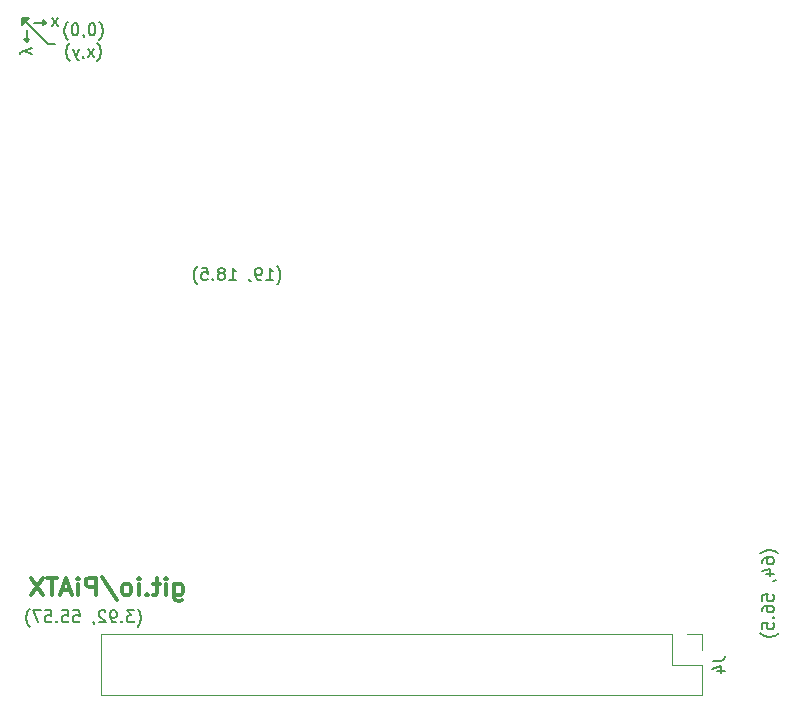
<source format=gbr>
G04 #@! TF.GenerationSoftware,KiCad,Pcbnew,(5.0.1-dev-70-gb7b125d83)*
G04 #@! TF.CreationDate,2019-04-03T20:15:17+02:00*
G04 #@! TF.ProjectId,ATX-breakout,4154582D627265616B6F75742E6B6963,rev?*
G04 #@! TF.SameCoordinates,Original*
G04 #@! TF.FileFunction,Legend,Bot*
G04 #@! TF.FilePolarity,Positive*
%FSLAX46Y46*%
G04 Gerber Fmt 4.6, Leading zero omitted, Abs format (unit mm)*
G04 Created by KiCad (PCBNEW (5.0.1-dev-70-gb7b125d83)) date 04/03/19 20:15:17*
%MOMM*%
%LPD*%
G01*
G04 APERTURE LIST*
%ADD10C,0.200000*%
%ADD11C,0.150000*%
%ADD12C,0.300000*%
%ADD13C,0.120000*%
G04 APERTURE END LIST*
D10*
X1200000Y-2800000D02*
X1400000Y-2600000D01*
D11*
X1614285Y-3838095D02*
X947619Y-3600000D01*
X1614285Y-3361904D02*
X947619Y-3600000D01*
X709523Y-3695238D01*
X661904Y-3742857D01*
X614285Y-3838095D01*
D10*
X1000000Y-2600000D02*
X1200000Y-2800000D01*
X1400000Y-2600000D02*
X1000000Y-2600000D01*
X1200000Y-1800000D02*
X1200000Y-2800000D01*
X2600000Y-1400000D02*
X2800000Y-1200000D01*
X2600000Y-1000000D02*
X2600000Y-1400000D01*
X2800000Y-1200000D02*
X2600000Y-1000000D01*
D11*
X3861904Y-1452380D02*
X3338095Y-785714D01*
X3861904Y-785714D02*
X3338095Y-1452380D01*
D10*
X1800000Y-1200000D02*
X2800000Y-1200000D01*
D11*
X7166666Y-4433333D02*
X7214285Y-4385714D01*
X7309523Y-4242857D01*
X7357142Y-4147619D01*
X7404761Y-4004761D01*
X7452380Y-3766666D01*
X7452380Y-3576190D01*
X7404761Y-3338095D01*
X7357142Y-3195238D01*
X7309523Y-3100000D01*
X7214285Y-2957142D01*
X7166666Y-2909523D01*
X6880952Y-4052380D02*
X6357142Y-3385714D01*
X6880952Y-3385714D02*
X6357142Y-4052380D01*
X5928571Y-4004761D02*
X5928571Y-4052380D01*
X5976190Y-4147619D01*
X6023809Y-4195238D01*
X5595238Y-3385714D02*
X5357142Y-4052380D01*
X5119047Y-3385714D02*
X5357142Y-4052380D01*
X5452380Y-4290476D01*
X5500000Y-4338095D01*
X5595238Y-4385714D01*
X4833333Y-4433333D02*
X4785714Y-4385714D01*
X4690476Y-4242857D01*
X4642857Y-4147619D01*
X4595238Y-4004761D01*
X4547619Y-3766666D01*
X4547619Y-3576190D01*
X4595238Y-3338095D01*
X4642857Y-3195238D01*
X4690476Y-3100000D01*
X4785714Y-2957142D01*
X4833333Y-2909523D01*
D10*
X3000000Y-3000000D02*
X3600000Y-3000000D01*
X1000000Y-1000000D02*
X3000000Y-3000000D01*
X1000000Y-800000D02*
X800000Y-1000000D01*
X800000Y-1200000D02*
X1200000Y-800000D01*
X1400000Y-800000D02*
X800000Y-800000D01*
X800000Y-1400000D02*
X1400000Y-800000D01*
X800000Y-800000D02*
X800000Y-1400000D01*
D11*
X7333333Y-2633333D02*
X7380952Y-2585714D01*
X7476190Y-2442857D01*
X7523809Y-2347619D01*
X7571428Y-2204761D01*
X7619047Y-1966666D01*
X7619047Y-1776190D01*
X7571428Y-1538095D01*
X7523809Y-1395238D01*
X7476190Y-1300000D01*
X7380952Y-1157142D01*
X7333333Y-1109523D01*
X6761904Y-1252380D02*
X6666666Y-1252380D01*
X6571428Y-1300000D01*
X6523809Y-1347619D01*
X6476190Y-1442857D01*
X6428571Y-1633333D01*
X6428571Y-1871428D01*
X6476190Y-2061904D01*
X6523809Y-2157142D01*
X6571428Y-2204761D01*
X6666666Y-2252380D01*
X6761904Y-2252380D01*
X6857142Y-2204761D01*
X6904761Y-2157142D01*
X6952380Y-2061904D01*
X7000000Y-1871428D01*
X7000000Y-1633333D01*
X6952380Y-1442857D01*
X6904761Y-1347619D01*
X6857142Y-1300000D01*
X6761904Y-1252380D01*
X5952380Y-2204761D02*
X5952380Y-2252380D01*
X6000000Y-2347619D01*
X6047619Y-2395238D01*
X5333333Y-1252380D02*
X5238095Y-1252380D01*
X5142857Y-1300000D01*
X5095238Y-1347619D01*
X5047619Y-1442857D01*
X5000000Y-1633333D01*
X5000000Y-1871428D01*
X5047619Y-2061904D01*
X5095238Y-2157142D01*
X5142857Y-2204761D01*
X5238095Y-2252380D01*
X5333333Y-2252380D01*
X5428571Y-2204761D01*
X5476190Y-2157142D01*
X5523809Y-2061904D01*
X5571428Y-1871428D01*
X5571428Y-1633333D01*
X5523809Y-1442857D01*
X5476190Y-1347619D01*
X5428571Y-1300000D01*
X5333333Y-1252380D01*
X4666666Y-2633333D02*
X4619047Y-2585714D01*
X4523809Y-2442857D01*
X4476190Y-2347619D01*
X4428571Y-2204761D01*
X4380952Y-1966666D01*
X4380952Y-1776190D01*
X4428571Y-1538095D01*
X4476190Y-1395238D01*
X4523809Y-1300000D01*
X4619047Y-1157142D01*
X4666666Y-1109523D01*
X10571428Y-52333333D02*
X10619047Y-52285714D01*
X10714285Y-52142857D01*
X10761904Y-52047619D01*
X10809523Y-51904761D01*
X10857142Y-51666666D01*
X10857142Y-51476190D01*
X10809523Y-51238095D01*
X10761904Y-51095238D01*
X10714285Y-51000000D01*
X10619047Y-50857142D01*
X10571428Y-50809523D01*
X10285714Y-50952380D02*
X9666666Y-50952380D01*
X10000000Y-51333333D01*
X9857142Y-51333333D01*
X9761904Y-51380952D01*
X9714285Y-51428571D01*
X9666666Y-51523809D01*
X9666666Y-51761904D01*
X9714285Y-51857142D01*
X9761904Y-51904761D01*
X9857142Y-51952380D01*
X10142857Y-51952380D01*
X10238095Y-51904761D01*
X10285714Y-51857142D01*
X9238095Y-51857142D02*
X9190476Y-51904761D01*
X9238095Y-51952380D01*
X9285714Y-51904761D01*
X9238095Y-51857142D01*
X9238095Y-51952380D01*
X8714285Y-51952380D02*
X8523809Y-51952380D01*
X8428571Y-51904761D01*
X8380952Y-51857142D01*
X8285714Y-51714285D01*
X8238095Y-51523809D01*
X8238095Y-51142857D01*
X8285714Y-51047619D01*
X8333333Y-51000000D01*
X8428571Y-50952380D01*
X8619047Y-50952380D01*
X8714285Y-51000000D01*
X8761904Y-51047619D01*
X8809523Y-51142857D01*
X8809523Y-51380952D01*
X8761904Y-51476190D01*
X8714285Y-51523809D01*
X8619047Y-51571428D01*
X8428571Y-51571428D01*
X8333333Y-51523809D01*
X8285714Y-51476190D01*
X8238095Y-51380952D01*
X7857142Y-51047619D02*
X7809523Y-51000000D01*
X7714285Y-50952380D01*
X7476190Y-50952380D01*
X7380952Y-51000000D01*
X7333333Y-51047619D01*
X7285714Y-51142857D01*
X7285714Y-51238095D01*
X7333333Y-51380952D01*
X7904761Y-51952380D01*
X7285714Y-51952380D01*
X6809523Y-51904761D02*
X6809523Y-51952380D01*
X6857142Y-52047619D01*
X6904761Y-52095238D01*
X5142857Y-50952380D02*
X5619047Y-50952380D01*
X5666666Y-51428571D01*
X5619047Y-51380952D01*
X5523809Y-51333333D01*
X5285714Y-51333333D01*
X5190476Y-51380952D01*
X5142857Y-51428571D01*
X5095238Y-51523809D01*
X5095238Y-51761904D01*
X5142857Y-51857142D01*
X5190476Y-51904761D01*
X5285714Y-51952380D01*
X5523809Y-51952380D01*
X5619047Y-51904761D01*
X5666666Y-51857142D01*
X4190476Y-50952380D02*
X4666666Y-50952380D01*
X4714285Y-51428571D01*
X4666666Y-51380952D01*
X4571428Y-51333333D01*
X4333333Y-51333333D01*
X4238095Y-51380952D01*
X4190476Y-51428571D01*
X4142857Y-51523809D01*
X4142857Y-51761904D01*
X4190476Y-51857142D01*
X4238095Y-51904761D01*
X4333333Y-51952380D01*
X4571428Y-51952380D01*
X4666666Y-51904761D01*
X4714285Y-51857142D01*
X3714285Y-51857142D02*
X3666666Y-51904761D01*
X3714285Y-51952380D01*
X3761904Y-51904761D01*
X3714285Y-51857142D01*
X3714285Y-51952380D01*
X2761904Y-50952380D02*
X3238095Y-50952380D01*
X3285714Y-51428571D01*
X3238095Y-51380952D01*
X3142857Y-51333333D01*
X2904761Y-51333333D01*
X2809523Y-51380952D01*
X2761904Y-51428571D01*
X2714285Y-51523809D01*
X2714285Y-51761904D01*
X2761904Y-51857142D01*
X2809523Y-51904761D01*
X2904761Y-51952380D01*
X3142857Y-51952380D01*
X3238095Y-51904761D01*
X3285714Y-51857142D01*
X2380952Y-50952380D02*
X1714285Y-50952380D01*
X2142857Y-51952380D01*
X1428571Y-52333333D02*
X1380952Y-52285714D01*
X1285714Y-52142857D01*
X1238095Y-52047619D01*
X1190476Y-51904761D01*
X1142857Y-51666666D01*
X1142857Y-51476190D01*
X1190476Y-51238095D01*
X1238095Y-51095238D01*
X1285714Y-51000000D01*
X1380952Y-50857142D01*
X1428571Y-50809523D01*
X64833333Y-46119047D02*
X64785714Y-46071428D01*
X64642857Y-45976190D01*
X64547619Y-45928571D01*
X64404761Y-45880952D01*
X64166666Y-45833333D01*
X63976190Y-45833333D01*
X63738095Y-45880952D01*
X63595238Y-45928571D01*
X63500000Y-45976190D01*
X63357142Y-46071428D01*
X63309523Y-46119047D01*
X63452380Y-46928571D02*
X63452380Y-46738095D01*
X63500000Y-46642857D01*
X63547619Y-46595238D01*
X63690476Y-46500000D01*
X63880952Y-46452380D01*
X64261904Y-46452380D01*
X64357142Y-46500000D01*
X64404761Y-46547619D01*
X64452380Y-46642857D01*
X64452380Y-46833333D01*
X64404761Y-46928571D01*
X64357142Y-46976190D01*
X64261904Y-47023809D01*
X64023809Y-47023809D01*
X63928571Y-46976190D01*
X63880952Y-46928571D01*
X63833333Y-46833333D01*
X63833333Y-46642857D01*
X63880952Y-46547619D01*
X63928571Y-46500000D01*
X64023809Y-46452380D01*
X63785714Y-47880952D02*
X64452380Y-47880952D01*
X63404761Y-47642857D02*
X64119047Y-47404761D01*
X64119047Y-48023809D01*
X64404761Y-48452380D02*
X64452380Y-48452380D01*
X64547619Y-48404761D01*
X64595238Y-48357142D01*
X63452380Y-50119047D02*
X63452380Y-49642857D01*
X63928571Y-49595238D01*
X63880952Y-49642857D01*
X63833333Y-49738095D01*
X63833333Y-49976190D01*
X63880952Y-50071428D01*
X63928571Y-50119047D01*
X64023809Y-50166666D01*
X64261904Y-50166666D01*
X64357142Y-50119047D01*
X64404761Y-50071428D01*
X64452380Y-49976190D01*
X64452380Y-49738095D01*
X64404761Y-49642857D01*
X64357142Y-49595238D01*
X63452380Y-51023809D02*
X63452380Y-50833333D01*
X63500000Y-50738095D01*
X63547619Y-50690476D01*
X63690476Y-50595238D01*
X63880952Y-50547619D01*
X64261904Y-50547619D01*
X64357142Y-50595238D01*
X64404761Y-50642857D01*
X64452380Y-50738095D01*
X64452380Y-50928571D01*
X64404761Y-51023809D01*
X64357142Y-51071428D01*
X64261904Y-51119047D01*
X64023809Y-51119047D01*
X63928571Y-51071428D01*
X63880952Y-51023809D01*
X63833333Y-50928571D01*
X63833333Y-50738095D01*
X63880952Y-50642857D01*
X63928571Y-50595238D01*
X64023809Y-50547619D01*
X64357142Y-51547619D02*
X64404761Y-51595238D01*
X64452380Y-51547619D01*
X64404761Y-51500000D01*
X64357142Y-51547619D01*
X64452380Y-51547619D01*
X63452380Y-52500000D02*
X63452380Y-52023809D01*
X63928571Y-51976190D01*
X63880952Y-52023809D01*
X63833333Y-52119047D01*
X63833333Y-52357142D01*
X63880952Y-52452380D01*
X63928571Y-52500000D01*
X64023809Y-52547619D01*
X64261904Y-52547619D01*
X64357142Y-52500000D01*
X64404761Y-52452380D01*
X64452380Y-52357142D01*
X64452380Y-52119047D01*
X64404761Y-52023809D01*
X64357142Y-51976190D01*
X64833333Y-52880952D02*
X64785714Y-52928571D01*
X64642857Y-53023809D01*
X64547619Y-53071428D01*
X64404761Y-53119047D01*
X64166666Y-53166666D01*
X63976190Y-53166666D01*
X63738095Y-53119047D01*
X63595238Y-53071428D01*
X63500000Y-53023809D01*
X63357142Y-52928571D01*
X63309523Y-52880952D01*
D12*
X13678571Y-48678571D02*
X13678571Y-49892857D01*
X13749999Y-50035714D01*
X13821428Y-50107142D01*
X13964285Y-50178571D01*
X14178571Y-50178571D01*
X14321428Y-50107142D01*
X13678571Y-49607142D02*
X13821428Y-49678571D01*
X14107142Y-49678571D01*
X14249999Y-49607142D01*
X14321428Y-49535714D01*
X14392857Y-49392857D01*
X14392857Y-48964285D01*
X14321428Y-48821428D01*
X14249999Y-48750000D01*
X14107142Y-48678571D01*
X13821428Y-48678571D01*
X13678571Y-48750000D01*
X12964285Y-49678571D02*
X12964285Y-48678571D01*
X12964285Y-48178571D02*
X13035714Y-48250000D01*
X12964285Y-48321428D01*
X12892857Y-48250000D01*
X12964285Y-48178571D01*
X12964285Y-48321428D01*
X12464285Y-48678571D02*
X11892857Y-48678571D01*
X12250000Y-48178571D02*
X12250000Y-49464285D01*
X12178571Y-49607142D01*
X12035714Y-49678571D01*
X11892857Y-49678571D01*
X11392857Y-49535714D02*
X11321428Y-49607142D01*
X11392857Y-49678571D01*
X11464285Y-49607142D01*
X11392857Y-49535714D01*
X11392857Y-49678571D01*
X10678571Y-49678571D02*
X10678571Y-48678571D01*
X10678571Y-48178571D02*
X10750000Y-48250000D01*
X10678571Y-48321428D01*
X10607142Y-48250000D01*
X10678571Y-48178571D01*
X10678571Y-48321428D01*
X9750000Y-49678571D02*
X9892857Y-49607142D01*
X9964285Y-49535714D01*
X10035714Y-49392857D01*
X10035714Y-48964285D01*
X9964285Y-48821428D01*
X9892857Y-48750000D01*
X9750000Y-48678571D01*
X9535714Y-48678571D01*
X9392857Y-48750000D01*
X9321428Y-48821428D01*
X9250000Y-48964285D01*
X9250000Y-49392857D01*
X9321428Y-49535714D01*
X9392857Y-49607142D01*
X9535714Y-49678571D01*
X9750000Y-49678571D01*
X7535714Y-48107142D02*
X8821428Y-50035714D01*
X7035714Y-49678571D02*
X7035714Y-48178571D01*
X6464285Y-48178571D01*
X6321428Y-48250000D01*
X6250000Y-48321428D01*
X6178571Y-48464285D01*
X6178571Y-48678571D01*
X6250000Y-48821428D01*
X6321428Y-48892857D01*
X6464285Y-48964285D01*
X7035714Y-48964285D01*
X5535714Y-49678571D02*
X5535714Y-48678571D01*
X5535714Y-48178571D02*
X5607142Y-48250000D01*
X5535714Y-48321428D01*
X5464285Y-48250000D01*
X5535714Y-48178571D01*
X5535714Y-48321428D01*
X4892857Y-49250000D02*
X4178571Y-49250000D01*
X5035714Y-49678571D02*
X4535714Y-48178571D01*
X4035714Y-49678571D01*
X3750000Y-48178571D02*
X2892857Y-48178571D01*
X3321428Y-49678571D02*
X3321428Y-48178571D01*
X2535714Y-48178571D02*
X1535714Y-49678571D01*
X1535714Y-48178571D02*
X2535714Y-49678571D01*
D11*
X22380952Y-23333333D02*
X22428571Y-23285714D01*
X22523809Y-23142857D01*
X22571428Y-23047619D01*
X22619047Y-22904761D01*
X22666666Y-22666666D01*
X22666666Y-22476190D01*
X22619047Y-22238095D01*
X22571428Y-22095238D01*
X22523809Y-22000000D01*
X22428571Y-21857142D01*
X22380952Y-21809523D01*
X21476190Y-22952380D02*
X22047619Y-22952380D01*
X21761904Y-22952380D02*
X21761904Y-21952380D01*
X21857142Y-22095238D01*
X21952380Y-22190476D01*
X22047619Y-22238095D01*
X21000000Y-22952380D02*
X20809523Y-22952380D01*
X20714285Y-22904761D01*
X20666666Y-22857142D01*
X20571428Y-22714285D01*
X20523809Y-22523809D01*
X20523809Y-22142857D01*
X20571428Y-22047619D01*
X20619047Y-22000000D01*
X20714285Y-21952380D01*
X20904761Y-21952380D01*
X21000000Y-22000000D01*
X21047619Y-22047619D01*
X21095238Y-22142857D01*
X21095238Y-22380952D01*
X21047619Y-22476190D01*
X21000000Y-22523809D01*
X20904761Y-22571428D01*
X20714285Y-22571428D01*
X20619047Y-22523809D01*
X20571428Y-22476190D01*
X20523809Y-22380952D01*
X20047619Y-22904761D02*
X20047619Y-22952380D01*
X20095238Y-23047619D01*
X20142857Y-23095238D01*
X18333333Y-22952380D02*
X18904761Y-22952380D01*
X18619047Y-22952380D02*
X18619047Y-21952380D01*
X18714285Y-22095238D01*
X18809523Y-22190476D01*
X18904761Y-22238095D01*
X17761904Y-22380952D02*
X17857142Y-22333333D01*
X17904761Y-22285714D01*
X17952380Y-22190476D01*
X17952380Y-22142857D01*
X17904761Y-22047619D01*
X17857142Y-22000000D01*
X17761904Y-21952380D01*
X17571428Y-21952380D01*
X17476190Y-22000000D01*
X17428571Y-22047619D01*
X17380952Y-22142857D01*
X17380952Y-22190476D01*
X17428571Y-22285714D01*
X17476190Y-22333333D01*
X17571428Y-22380952D01*
X17761904Y-22380952D01*
X17857142Y-22428571D01*
X17904761Y-22476190D01*
X17952380Y-22571428D01*
X17952380Y-22761904D01*
X17904761Y-22857142D01*
X17857142Y-22904761D01*
X17761904Y-22952380D01*
X17571428Y-22952380D01*
X17476190Y-22904761D01*
X17428571Y-22857142D01*
X17380952Y-22761904D01*
X17380952Y-22571428D01*
X17428571Y-22476190D01*
X17476190Y-22428571D01*
X17571428Y-22380952D01*
X16952380Y-22857142D02*
X16904761Y-22904761D01*
X16952380Y-22952380D01*
X17000000Y-22904761D01*
X16952380Y-22857142D01*
X16952380Y-22952380D01*
X16000000Y-21952380D02*
X16476190Y-21952380D01*
X16523809Y-22428571D01*
X16476190Y-22380952D01*
X16380952Y-22333333D01*
X16142857Y-22333333D01*
X16047619Y-22380952D01*
X16000000Y-22428571D01*
X15952380Y-22523809D01*
X15952380Y-22761904D01*
X16000000Y-22857142D01*
X16047619Y-22904761D01*
X16142857Y-22952380D01*
X16380952Y-22952380D01*
X16476190Y-22904761D01*
X16523809Y-22857142D01*
X15619047Y-23333333D02*
X15571428Y-23285714D01*
X15476190Y-23142857D01*
X15428571Y-23047619D01*
X15380952Y-22904761D01*
X15333333Y-22666666D01*
X15333333Y-22476190D01*
X15380952Y-22238095D01*
X15428571Y-22095238D01*
X15476190Y-22000000D01*
X15571428Y-21857142D01*
X15619047Y-21809523D01*
D13*
G04 #@! TO.C,J4*
X58404999Y-58135001D02*
X58404999Y-55535001D01*
X58404999Y-58135001D02*
X7484999Y-58135001D01*
X7484999Y-58135001D02*
X7484999Y-52935001D01*
X55804999Y-52935001D02*
X7484999Y-52935001D01*
X55804999Y-55535001D02*
X55804999Y-52935001D01*
X58404999Y-55535001D02*
X55804999Y-55535001D01*
X58404999Y-52935001D02*
X57074999Y-52935001D01*
X58404999Y-54265001D02*
X58404999Y-52935001D01*
D11*
X59297379Y-55201667D02*
X60011665Y-55201667D01*
X60154522Y-55154048D01*
X60249760Y-55058810D01*
X60297379Y-54915953D01*
X60297379Y-54820715D01*
X59630713Y-56106429D02*
X60297379Y-56106429D01*
X59249760Y-55868334D02*
X59964046Y-55630239D01*
X59964046Y-56249286D01*
G04 #@! TD*
M02*

</source>
